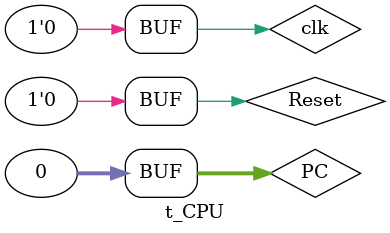
<source format=v>
`timescale 1ns / 1ps


module t_CPU;

	// Inputs
	reg clk;
	reg Reset;
	reg [31:0] PC;

	// Outputs
	wire [31:0] d;
	wire [31:0] nPC;

	// Instantiate the Unit Under Test (UUT)
	CPU uut (
		.clk(clk), 
		.Reset(Reset), 
		.PC(PC), 
		.d(d), 
		.nPC(nPC)
	);

	initial begin
		// Initialize Inputs
		clk = 0;
		Reset = 0;
		PC = 0;

		// Wait 100 ns for global reset to finish
		#100;
        
		// Add stimulus here

	end
      
endmodule


</source>
